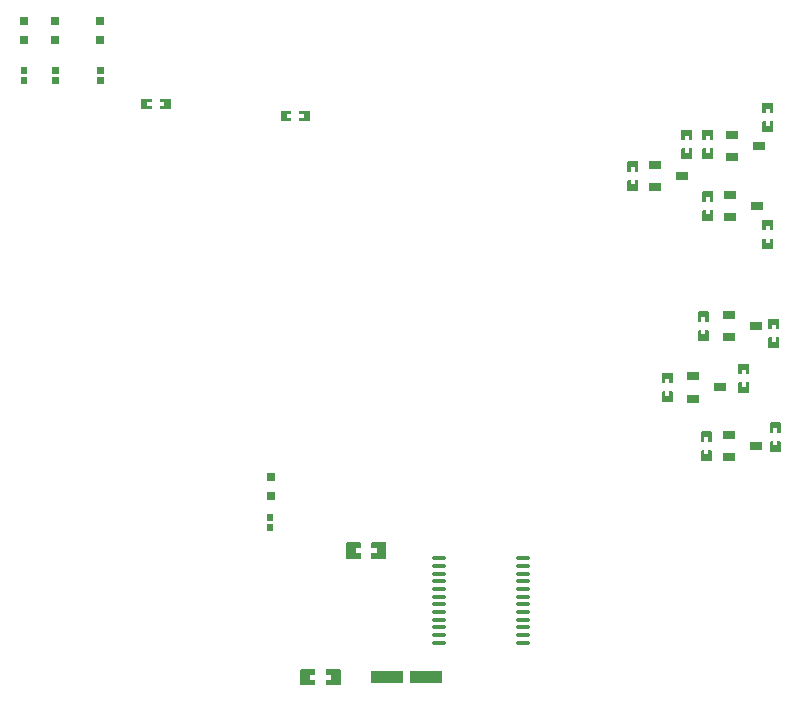
<source format=gtp>
G04 Layer: TopPasteMaskLayer*
G04 EasyEDA v6.5.39, 2024-01-10 21:05:38*
G04 9cfd073529b94999841d5e3d22f50bd2,208856bd7ad64deca1bfdec547b981c7,10*
G04 Gerber Generator version 0.2*
G04 Scale: 100 percent, Rotated: No, Reflected: No *
G04 Dimensions in millimeters *
G04 leading zeros omitted , absolute positions ,4 integer and 5 decimal *
%FSLAX45Y45*%
%MOMM*%

%ADD10R,0.8000X0.8000*%
%ADD11O,1.3240004X0.30800039999999995*%
%ADD12R,1.0000X0.8000*%
%ADD13R,2.8000X1.1000*%

%LPD*%
G36*
X1716887Y1938477D02*
G01*
X1712874Y1934464D01*
X1712874Y1884375D01*
X1716887Y1880412D01*
X1762912Y1880412D01*
X1766925Y1884375D01*
X1766925Y1934464D01*
X1762912Y1938477D01*
G37*
G36*
X1716887Y1853387D02*
G01*
X1712874Y1849424D01*
X1712874Y1799336D01*
X1716887Y1795322D01*
X1762912Y1795322D01*
X1766925Y1799336D01*
X1766925Y1849424D01*
X1762912Y1853387D01*
G37*
G36*
X3825290Y-2087981D02*
G01*
X3820312Y-2093010D01*
X3820312Y-2220976D01*
X3825290Y-2226005D01*
X3940301Y-2226005D01*
X3945280Y-2220976D01*
X3944823Y-2179015D01*
X3900779Y-2179015D01*
X3900779Y-2134006D01*
X3945788Y-2134006D01*
X3945280Y-2093010D01*
X3940301Y-2087981D01*
G37*
G36*
X4040276Y-2087981D02*
G01*
X4035298Y-2093010D01*
X4035806Y-2134006D01*
X4079798Y-2134006D01*
X4079798Y-2179015D01*
X4035298Y-2179015D01*
X4035298Y-2220976D01*
X4040276Y-2226005D01*
X4155287Y-2226005D01*
X4160316Y-2220976D01*
X4160316Y-2093010D01*
X4155287Y-2087981D01*
G37*
G36*
X3654298Y-3158794D02*
G01*
X3649319Y-3163824D01*
X3649776Y-3205784D01*
X3693820Y-3205784D01*
X3693820Y-3250793D01*
X3648811Y-3250793D01*
X3649319Y-3291789D01*
X3654298Y-3296818D01*
X3769309Y-3296818D01*
X3774287Y-3291789D01*
X3774287Y-3163824D01*
X3769309Y-3158794D01*
G37*
G36*
X3439312Y-3158794D02*
G01*
X3434283Y-3163824D01*
X3434283Y-3291789D01*
X3439312Y-3296818D01*
X3554323Y-3296818D01*
X3559301Y-3291789D01*
X3558794Y-3250793D01*
X3514801Y-3250793D01*
X3514801Y-3205784D01*
X3559301Y-3205784D01*
X3559301Y-3163824D01*
X3554323Y-3158794D01*
G37*
G36*
X6843420Y727506D02*
G01*
X6838391Y722477D01*
X6838391Y642518D01*
X6843420Y637489D01*
X6923379Y637489D01*
X6928408Y642518D01*
X6928408Y722477D01*
X6923379Y727506D01*
X6900621Y727506D01*
X6900621Y690473D01*
X6867601Y690473D01*
X6867601Y727506D01*
G37*
G36*
X6843420Y886510D02*
G01*
X6838391Y881481D01*
X6838391Y802487D01*
X6843420Y797509D01*
X6867601Y797509D01*
X6867601Y835507D01*
X6900621Y835507D01*
X6900621Y797509D01*
X6923379Y797509D01*
X6928408Y802487D01*
X6928408Y881481D01*
X6923379Y886510D01*
G37*
G36*
X7351420Y645210D02*
G01*
X7346391Y640181D01*
X7346391Y560222D01*
X7351420Y555193D01*
X7374178Y555193D01*
X7374178Y592226D01*
X7407198Y592226D01*
X7407198Y555193D01*
X7431379Y555193D01*
X7436408Y560222D01*
X7436408Y640181D01*
X7431379Y645210D01*
G37*
G36*
X7351420Y485190D02*
G01*
X7346391Y480212D01*
X7346391Y401218D01*
X7351420Y396189D01*
X7431379Y396189D01*
X7436408Y401218D01*
X7436408Y480212D01*
X7431379Y485190D01*
X7407198Y485190D01*
X7407198Y447192D01*
X7374178Y447192D01*
X7374178Y485190D01*
G37*
G36*
X6665620Y1248206D02*
G01*
X6660591Y1243177D01*
X6660591Y1163218D01*
X6665620Y1158189D01*
X6745579Y1158189D01*
X6750608Y1163218D01*
X6750608Y1243177D01*
X6745579Y1248206D01*
X6722821Y1248206D01*
X6722821Y1211173D01*
X6689801Y1211173D01*
X6689801Y1248206D01*
G37*
G36*
X6665620Y1407210D02*
G01*
X6660591Y1402181D01*
X6660591Y1323187D01*
X6665620Y1318209D01*
X6689801Y1318209D01*
X6689801Y1356207D01*
X6722821Y1356207D01*
X6722821Y1318209D01*
X6745579Y1318209D01*
X6750608Y1323187D01*
X6750608Y1402181D01*
X6745579Y1407210D01*
G37*
G36*
X6208420Y981506D02*
G01*
X6203391Y976477D01*
X6203391Y896518D01*
X6208420Y891489D01*
X6288379Y891489D01*
X6293408Y896518D01*
X6293408Y976477D01*
X6288379Y981506D01*
X6265621Y981506D01*
X6265621Y944473D01*
X6232601Y944473D01*
X6232601Y981506D01*
G37*
G36*
X6208420Y1140510D02*
G01*
X6203391Y1135481D01*
X6203391Y1056487D01*
X6208420Y1051509D01*
X6232601Y1051509D01*
X6232601Y1089507D01*
X6265621Y1089507D01*
X6265621Y1051509D01*
X6288379Y1051509D01*
X6293408Y1056487D01*
X6293408Y1135481D01*
X6288379Y1140510D01*
G37*
G36*
X7351420Y1476806D02*
G01*
X7346391Y1471777D01*
X7346391Y1391818D01*
X7351420Y1386789D01*
X7431379Y1386789D01*
X7436408Y1391818D01*
X7436408Y1471777D01*
X7431379Y1476806D01*
X7408621Y1476806D01*
X7408621Y1439773D01*
X7375601Y1439773D01*
X7375601Y1476806D01*
G37*
G36*
X7351420Y1635810D02*
G01*
X7346391Y1630781D01*
X7346391Y1551787D01*
X7351420Y1546809D01*
X7375601Y1546809D01*
X7375601Y1584807D01*
X7408621Y1584807D01*
X7408621Y1546809D01*
X7431379Y1546809D01*
X7436408Y1551787D01*
X7436408Y1630781D01*
X7431379Y1635810D01*
G37*
G36*
X6843420Y1248206D02*
G01*
X6838391Y1243177D01*
X6838391Y1163218D01*
X6843420Y1158189D01*
X6923379Y1158189D01*
X6928408Y1163218D01*
X6928408Y1243177D01*
X6923379Y1248206D01*
X6900621Y1248206D01*
X6900621Y1211173D01*
X6867601Y1211173D01*
X6867601Y1248206D01*
G37*
G36*
X6843420Y1407210D02*
G01*
X6838391Y1402181D01*
X6838391Y1323187D01*
X6843420Y1318209D01*
X6867601Y1318209D01*
X6867601Y1356207D01*
X6900621Y1356207D01*
X6900621Y1318209D01*
X6923379Y1318209D01*
X6928408Y1323187D01*
X6928408Y1402181D01*
X6923379Y1407210D01*
G37*
G36*
X6805320Y-288493D02*
G01*
X6800291Y-293522D01*
X6800291Y-373481D01*
X6805320Y-378510D01*
X6885279Y-378510D01*
X6890308Y-373481D01*
X6890308Y-293522D01*
X6885279Y-288493D01*
X6862521Y-288493D01*
X6862521Y-325526D01*
X6829501Y-325526D01*
X6829501Y-288493D01*
G37*
G36*
X6805320Y-129489D02*
G01*
X6800291Y-134518D01*
X6800291Y-213512D01*
X6805320Y-218490D01*
X6829501Y-218490D01*
X6829501Y-180492D01*
X6862521Y-180492D01*
X6862521Y-218490D01*
X6885279Y-218490D01*
X6890308Y-213512D01*
X6890308Y-134518D01*
X6885279Y-129489D01*
G37*
G36*
X7402220Y-351993D02*
G01*
X7397191Y-357022D01*
X7397191Y-436981D01*
X7402220Y-442010D01*
X7482179Y-442010D01*
X7487208Y-436981D01*
X7487208Y-357022D01*
X7482179Y-351993D01*
X7459421Y-351993D01*
X7459421Y-389026D01*
X7426401Y-389026D01*
X7426401Y-351993D01*
G37*
G36*
X7402220Y-192989D02*
G01*
X7397191Y-198018D01*
X7397191Y-277012D01*
X7402220Y-281990D01*
X7426401Y-281990D01*
X7426401Y-243992D01*
X7459421Y-243992D01*
X7459421Y-281990D01*
X7482179Y-281990D01*
X7487208Y-277012D01*
X7487208Y-198018D01*
X7482179Y-192989D01*
G37*
G36*
X6500520Y-809193D02*
G01*
X6495491Y-814222D01*
X6495491Y-894181D01*
X6500520Y-899210D01*
X6580479Y-899210D01*
X6585508Y-894181D01*
X6585508Y-814222D01*
X6580479Y-809193D01*
X6557721Y-809193D01*
X6557721Y-846226D01*
X6524701Y-846226D01*
X6524701Y-809193D01*
G37*
G36*
X6500520Y-650189D02*
G01*
X6495491Y-655218D01*
X6495491Y-734212D01*
X6500520Y-739190D01*
X6524701Y-739190D01*
X6524701Y-701192D01*
X6557721Y-701192D01*
X6557721Y-739190D01*
X6580479Y-739190D01*
X6585508Y-734212D01*
X6585508Y-655218D01*
X6580479Y-650189D01*
G37*
G36*
X7148220Y-732993D02*
G01*
X7143191Y-738022D01*
X7143191Y-817981D01*
X7148220Y-823010D01*
X7228179Y-823010D01*
X7233208Y-817981D01*
X7233208Y-738022D01*
X7228179Y-732993D01*
X7205421Y-732993D01*
X7205421Y-770026D01*
X7172401Y-770026D01*
X7172401Y-732993D01*
G37*
G36*
X7148220Y-573989D02*
G01*
X7143191Y-579018D01*
X7143191Y-658012D01*
X7148220Y-662990D01*
X7172401Y-662990D01*
X7172401Y-624992D01*
X7205421Y-624992D01*
X7205421Y-662990D01*
X7228179Y-662990D01*
X7233208Y-658012D01*
X7233208Y-579018D01*
X7228179Y-573989D01*
G37*
G36*
X7414920Y-1228293D02*
G01*
X7409891Y-1233322D01*
X7409891Y-1313281D01*
X7414920Y-1318310D01*
X7494879Y-1318310D01*
X7499908Y-1313281D01*
X7499908Y-1233322D01*
X7494879Y-1228293D01*
X7472121Y-1228293D01*
X7472121Y-1265326D01*
X7439101Y-1265326D01*
X7439101Y-1228293D01*
G37*
G36*
X7414920Y-1069289D02*
G01*
X7409891Y-1074318D01*
X7409891Y-1153312D01*
X7414920Y-1158290D01*
X7439101Y-1158290D01*
X7439101Y-1120292D01*
X7472121Y-1120292D01*
X7472121Y-1158290D01*
X7494879Y-1158290D01*
X7499908Y-1153312D01*
X7499908Y-1074318D01*
X7494879Y-1069289D01*
G37*
G36*
X6830720Y-1304493D02*
G01*
X6825691Y-1309522D01*
X6825691Y-1389481D01*
X6830720Y-1394510D01*
X6910679Y-1394510D01*
X6915708Y-1389481D01*
X6915708Y-1309522D01*
X6910679Y-1304493D01*
X6887921Y-1304493D01*
X6887921Y-1341526D01*
X6854901Y-1341526D01*
X6854901Y-1304493D01*
G37*
G36*
X6830720Y-1145489D02*
G01*
X6825691Y-1150518D01*
X6825691Y-1229512D01*
X6830720Y-1234490D01*
X6854901Y-1234490D01*
X6854901Y-1196492D01*
X6887921Y-1196492D01*
X6887921Y-1234490D01*
X6910679Y-1234490D01*
X6915708Y-1229512D01*
X6915708Y-1150518D01*
X6910679Y-1145489D01*
G37*
G36*
X2090318Y1670608D02*
G01*
X2085289Y1665579D01*
X2085289Y1585620D01*
X2090318Y1580591D01*
X2170277Y1580591D01*
X2175306Y1585620D01*
X2175306Y1608378D01*
X2138324Y1608378D01*
X2138324Y1641398D01*
X2175306Y1641398D01*
X2175306Y1665579D01*
X2170277Y1670608D01*
G37*
G36*
X2250287Y1670608D02*
G01*
X2245309Y1665579D01*
X2245309Y1641398D01*
X2283307Y1641398D01*
X2283307Y1608378D01*
X2245309Y1608378D01*
X2245309Y1585620D01*
X2250287Y1580591D01*
X2329281Y1580591D01*
X2334310Y1585620D01*
X2334310Y1665579D01*
X2329281Y1670608D01*
G37*
G36*
X3430422Y1569008D02*
G01*
X3425393Y1563979D01*
X3425393Y1541221D01*
X3462375Y1541221D01*
X3462375Y1508201D01*
X3425393Y1508201D01*
X3425393Y1484020D01*
X3430422Y1478991D01*
X3510381Y1478991D01*
X3515410Y1484020D01*
X3515410Y1563979D01*
X3510381Y1569008D01*
G37*
G36*
X3271418Y1569008D02*
G01*
X3266389Y1563979D01*
X3266389Y1484020D01*
X3271418Y1478991D01*
X3350412Y1478991D01*
X3355390Y1484020D01*
X3355390Y1508201D01*
X3317392Y1508201D01*
X3317392Y1541221D01*
X3355390Y1541221D01*
X3355390Y1563979D01*
X3350412Y1569008D01*
G37*
G36*
X1069187Y1938477D02*
G01*
X1065174Y1934464D01*
X1065174Y1884375D01*
X1069187Y1880412D01*
X1115212Y1880412D01*
X1119225Y1884375D01*
X1119225Y1934464D01*
X1115212Y1938477D01*
G37*
G36*
X1069187Y1853387D02*
G01*
X1065174Y1849424D01*
X1065174Y1799336D01*
X1069187Y1795322D01*
X1115212Y1795322D01*
X1119225Y1799336D01*
X1119225Y1849424D01*
X1115212Y1853387D01*
G37*
G36*
X1335887Y1938477D02*
G01*
X1331874Y1934464D01*
X1331874Y1884375D01*
X1335887Y1880412D01*
X1381912Y1880412D01*
X1385925Y1884375D01*
X1385925Y1934464D01*
X1381912Y1938477D01*
G37*
G36*
X1335887Y1853387D02*
G01*
X1331874Y1849424D01*
X1331874Y1799336D01*
X1335887Y1795322D01*
X1381912Y1795322D01*
X1385925Y1799336D01*
X1385925Y1849424D01*
X1381912Y1853387D01*
G37*
G36*
X3151987Y-1846122D02*
G01*
X3147974Y-1850136D01*
X3147974Y-1900224D01*
X3151987Y-1904187D01*
X3198012Y-1904187D01*
X3202025Y-1900224D01*
X3202025Y-1850136D01*
X3198012Y-1846122D01*
G37*
G36*
X3151987Y-1931212D02*
G01*
X3147974Y-1935175D01*
X3147974Y-1985264D01*
X3151987Y-1989277D01*
X3198012Y-1989277D01*
X3202025Y-1985264D01*
X3202025Y-1935175D01*
X3198012Y-1931212D01*
G37*
D10*
G01*
X1739544Y2327859D03*
G01*
X1740255Y2167966D03*
G01*
X1091844Y2327859D03*
G01*
X1092555Y2167966D03*
G01*
X1358544Y2327859D03*
G01*
X1359255Y2167966D03*
G01*
X3187344Y-1532940D03*
G01*
X3188055Y-1692833D03*
D11*
G01*
X5321909Y-2935604D03*
G01*
X5321909Y-2870606D03*
G01*
X5321909Y-2805607D03*
G01*
X5321909Y-2740609D03*
G01*
X5321909Y-2675610D03*
G01*
X5321909Y-2610586D03*
G01*
X5321909Y-2545587D03*
G01*
X5321909Y-2480589D03*
G01*
X5321909Y-2415590D03*
G01*
X5321909Y-2350592D03*
G01*
X5321909Y-2285593D03*
G01*
X5321909Y-2220595D03*
G01*
X4609490Y-2935604D03*
G01*
X4609490Y-2870606D03*
G01*
X4609490Y-2805607D03*
G01*
X4609490Y-2740609D03*
G01*
X4609490Y-2675610D03*
G01*
X4609490Y-2610586D03*
G01*
X4609490Y-2545587D03*
G01*
X4609490Y-2480589D03*
G01*
X4609490Y-2415590D03*
G01*
X4609490Y-2350592D03*
G01*
X4609490Y-2285593D03*
G01*
X4609490Y-2220595D03*
D12*
G01*
X6438188Y921004D03*
G01*
X6668211Y1016000D03*
G01*
X6438214Y1110995D03*
G01*
X7085888Y1175004D03*
G01*
X7315911Y1270000D03*
G01*
X7085914Y1364995D03*
G01*
X7060488Y-348995D03*
G01*
X7290511Y-254000D03*
G01*
X7060514Y-159004D03*
G01*
X6755688Y-869695D03*
G01*
X6985711Y-774700D03*
G01*
X6755714Y-679704D03*
G01*
X7060488Y-1364995D03*
G01*
X7290511Y-1270000D03*
G01*
X7060514Y-1175004D03*
G01*
X7073188Y667004D03*
G01*
X7303211Y762000D03*
G01*
X7073214Y856995D03*
D13*
G01*
X4164634Y-3225800D03*
G01*
X4496765Y-3225800D03*
M02*

</source>
